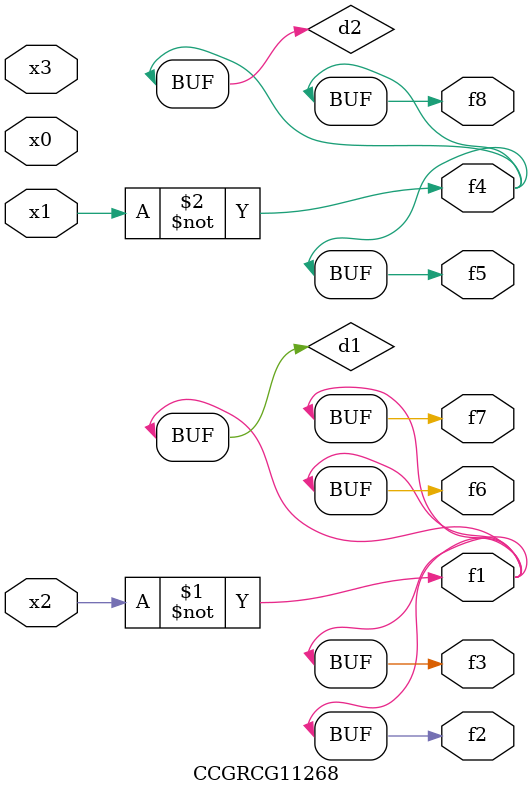
<source format=v>
module CCGRCG11268(
	input x0, x1, x2, x3,
	output f1, f2, f3, f4, f5, f6, f7, f8
);

	wire d1, d2;

	xnor (d1, x2);
	not (d2, x1);
	assign f1 = d1;
	assign f2 = d1;
	assign f3 = d1;
	assign f4 = d2;
	assign f5 = d2;
	assign f6 = d1;
	assign f7 = d1;
	assign f8 = d2;
endmodule

</source>
